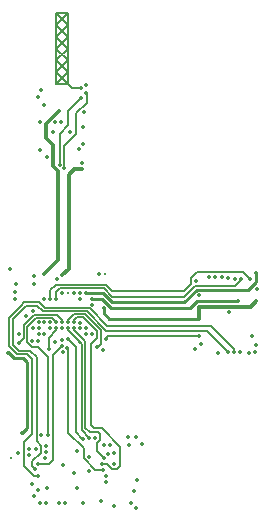
<source format=gbr>
G04 #@! TF.GenerationSoftware,KiCad,Pcbnew,(5.1.5)-3*
G04 #@! TF.CreationDate,2020-06-16T17:49:09-07:00*
G04 #@! TF.ProjectId,Miniscope-v4-Rigid-Flex,4d696e69-7363-46f7-9065-2d76342d5269,rev?*
G04 #@! TF.SameCoordinates,Original*
G04 #@! TF.FileFunction,Copper,L3,Inr*
G04 #@! TF.FilePolarity,Positive*
%FSLAX46Y46*%
G04 Gerber Fmt 4.6, Leading zero omitted, Abs format (unit mm)*
G04 Created by KiCad (PCBNEW (5.1.5)-3) date 2020-06-16 17:49:09*
%MOMM*%
%LPD*%
G04 APERTURE LIST*
%ADD10C,0.350000*%
%ADD11C,0.300000*%
%ADD12C,0.203200*%
%ADD13C,0.304800*%
%ADD14C,0.254000*%
%ADD15C,0.152400*%
G04 APERTURE END LIST*
D10*
X102967800Y-98080200D03*
X102459800Y-100213800D03*
X101824800Y-97191200D03*
X101901000Y-99588200D03*
X104441000Y-98072204D03*
X105380800Y-101225400D03*
X108153200Y-125282200D03*
X109423200Y-124571000D03*
X110042800Y-127500000D03*
X109792800Y-128500000D03*
X101833200Y-129476000D03*
X103805272Y-126232072D03*
X104991600Y-128180600D03*
X115450200Y-115976100D03*
X106854008Y-110111800D03*
X110515400Y-124494800D03*
X117238200Y-110373800D03*
X107268800Y-124573800D03*
X107010200Y-129295400D03*
X101734400Y-114680800D03*
X102234400Y-115180800D03*
X103727105Y-115714263D03*
X101172800Y-127850400D03*
X108153200Y-126171200D03*
X102425200Y-128206000D03*
X106234400Y-115180800D03*
X103729800Y-110162600D03*
X105990400Y-126740800D03*
X103803210Y-116715800D03*
X106041200Y-125597800D03*
X117862700Y-113338600D03*
X116963200Y-116749200D03*
X104736800Y-126948400D03*
X102409000Y-124691400D03*
X99774000Y-111621200D03*
X101729600Y-115758600D03*
X104734400Y-111680800D03*
X101734400Y-114180800D03*
X106234400Y-112180800D03*
X100000000Y-125215199D03*
X118588800Y-112378800D03*
D11*
X104234400Y-111680800D03*
D10*
X115109000Y-110653200D03*
X101323400Y-110300400D03*
X105584175Y-96353175D03*
X105330000Y-94355802D03*
X116154800Y-110378800D03*
X110000000Y-123859988D03*
X115349800Y-112877800D03*
X115349800Y-113877800D03*
X101346000Y-128914400D03*
X100123002Y-115199800D03*
X104017600Y-129450600D03*
X104978200Y-125064400D03*
X107253800Y-112992800D03*
X106512389Y-123949248D03*
X108149400Y-129707400D03*
X120188996Y-112380400D03*
X105734400Y-115180800D03*
X101734400Y-115180800D03*
X101323400Y-110960800D03*
X105234400Y-111680800D03*
X114956600Y-116469800D03*
X103234400Y-112180800D03*
X118919000Y-110551600D03*
X120189000Y-116106199D03*
X119604804Y-110492800D03*
X102734400Y-112180800D03*
X115349800Y-115361998D03*
X107412800Y-115572800D03*
X102734400Y-114180800D03*
X118769390Y-116698400D03*
X120039390Y-116673000D03*
X102234400Y-114180800D03*
X119833400Y-115377600D03*
X100656400Y-113642400D03*
X105380800Y-100675400D03*
X105533200Y-99091800D03*
X103454800Y-96327600D03*
X107818800Y-124573800D03*
X106234400Y-112680800D03*
X100910400Y-125441000D03*
X102237800Y-110066210D03*
X102234400Y-112180800D03*
X116688200Y-110378800D03*
X101234400Y-114680800D03*
X105734400Y-111680800D03*
X107235000Y-116487200D03*
X120112800Y-110035600D03*
X99716600Y-112245400D03*
D11*
X107387400Y-110111800D03*
D10*
X115349800Y-111867190D03*
X100377000Y-123548400D03*
X99799400Y-110960800D03*
X99183200Y-116741200D03*
X109343200Y-123853200D03*
D11*
X99386400Y-125699400D03*
D10*
X118360200Y-110475400D03*
X105533200Y-97644000D03*
X105126810Y-99545400D03*
X101977200Y-94533606D03*
X103653600Y-97240200D03*
X102180400Y-95752780D03*
X101723200Y-95092398D03*
X105787200Y-94101800D03*
X101175400Y-115736000D03*
X103734400Y-114680800D03*
X105734400Y-114680800D03*
X103734400Y-111680800D03*
X102358198Y-125199400D03*
X102586800Y-116444400D03*
X103234400Y-114680800D03*
X103145598Y-115826800D03*
X102307400Y-125707400D03*
X103272600Y-110518200D03*
X99310200Y-109654600D03*
X101234400Y-113180800D03*
X105234400Y-112180800D03*
X109542800Y-129500000D03*
X110029000Y-129941200D03*
X103475400Y-129450600D03*
X102383200Y-129476000D03*
X105516200Y-129450600D03*
X101722800Y-128409200D03*
X119533132Y-116770068D03*
X120239800Y-111339000D03*
X102734400Y-114680800D03*
X103153600Y-97240200D03*
X117801400Y-110399200D03*
X102536000Y-123726200D03*
X103234400Y-114180800D03*
X101977200Y-123728999D03*
X103734400Y-114180800D03*
X100046800Y-115953800D03*
X106015800Y-123972200D03*
X104234400Y-114680800D03*
X105507800Y-124023000D03*
X104263192Y-115631600D03*
X107598768Y-125301168D03*
X104234400Y-114180800D03*
X106727000Y-116309400D03*
X107285800Y-125699400D03*
X104734400Y-114680800D03*
X103704402Y-116190400D03*
X101678614Y-126152184D03*
X104734400Y-114180800D03*
X107071800Y-126198400D03*
X105234400Y-114198410D03*
X107412800Y-127198000D03*
X104127250Y-116365400D03*
X107184200Y-126698000D03*
X107477028Y-127667172D03*
X105234400Y-114680800D03*
X101671800Y-127212600D03*
X118284000Y-116698400D03*
X117776000Y-116673004D03*
X101469198Y-126639200D03*
X103526600Y-100899600D03*
X100910400Y-124891000D03*
X105350967Y-95176325D03*
X103933000Y-101153600D03*
X101494600Y-124891000D03*
X105750000Y-94750000D03*
D12*
X103250000Y-88000000D02*
X104250000Y-89000000D01*
D13*
X104742200Y-101225400D02*
X104288600Y-101679000D01*
X105380800Y-101225400D02*
X104742200Y-101225400D01*
X104288600Y-101679000D02*
X104288600Y-109629200D01*
X104288600Y-109629200D02*
X103729800Y-110188000D01*
D14*
X107119600Y-112180800D02*
X107895400Y-112956600D01*
X106234400Y-112180800D02*
X107119600Y-112180800D01*
X107895400Y-112956600D02*
X114575600Y-112956600D01*
X118341313Y-112378800D02*
X118588800Y-112378800D01*
X114575600Y-112956600D02*
X115153400Y-112378800D01*
X115153400Y-112378800D02*
X118341313Y-112378800D01*
D12*
X104250000Y-89000000D02*
X103250000Y-90000000D01*
X103250000Y-90000000D02*
X104250000Y-91000000D01*
X104250000Y-91000000D02*
X103250000Y-92000000D01*
X103250000Y-92000000D02*
X104250000Y-93000000D01*
X103250000Y-88000000D02*
X104250000Y-88000000D01*
X104250000Y-88000000D02*
X103250000Y-89000000D01*
X103250000Y-89000000D02*
X104250000Y-90000000D01*
X104250000Y-90000000D02*
X103250000Y-91000000D01*
X103250000Y-91000000D02*
X104250000Y-92000000D01*
X104250000Y-92000000D02*
X103250000Y-93000000D01*
X104250000Y-93000000D02*
X104250000Y-88000000D01*
X103250000Y-88000000D02*
X103250000Y-93000000D01*
X104250000Y-93000000D02*
X103250000Y-94000000D01*
X103250000Y-94000000D02*
X103250000Y-93000000D01*
X103250000Y-93000000D02*
X104250000Y-94000000D01*
X104250000Y-94000000D02*
X103250000Y-94000000D01*
X104250000Y-93000000D02*
X104250000Y-94000000D01*
X105329998Y-94355800D02*
X105330000Y-94355802D01*
X104593400Y-94355800D02*
X105329998Y-94355800D01*
X104250000Y-93000000D02*
X104250000Y-94012400D01*
X104250000Y-94012400D02*
X104593400Y-94355800D01*
D13*
X115364600Y-112863000D02*
X115349800Y-112877800D01*
D14*
X114755800Y-113877800D02*
X115349800Y-113877800D01*
D13*
X120188996Y-112380400D02*
X119706396Y-112863000D01*
X119706396Y-112863000D02*
X115364600Y-112863000D01*
X115349800Y-113877800D02*
X115349800Y-112877800D01*
D14*
X107723800Y-113877800D02*
X114755800Y-113877800D01*
X107253800Y-112992800D02*
X107253800Y-113407800D01*
X107253800Y-113407800D02*
X107723800Y-113877800D01*
D12*
X114956600Y-111077000D02*
X118393600Y-111077000D01*
X118393600Y-111077000D02*
X118744001Y-110726599D01*
X114016800Y-112016800D02*
X114956600Y-111077000D01*
X107997000Y-112016800D02*
X114016800Y-112016800D01*
X103529600Y-111302600D02*
X107282800Y-111302600D01*
X118744001Y-110726599D02*
X118919000Y-110551600D01*
X107282800Y-111302600D02*
X107997000Y-112016800D01*
X103234400Y-111597800D02*
X103529600Y-111302600D01*
X103234400Y-112180800D02*
X103234400Y-111597800D01*
X115134400Y-109934000D02*
X119046004Y-109934000D01*
X114016800Y-111559600D02*
X114651800Y-110924600D01*
X119429805Y-110317801D02*
X119604804Y-110492800D01*
X102734400Y-112180800D02*
X102734400Y-111462800D01*
X103199411Y-110997789D02*
X107409789Y-110997789D01*
X102734400Y-111462800D02*
X103199411Y-110997789D01*
X119046004Y-109934000D02*
X119429805Y-110317801D01*
X114651800Y-110416600D02*
X115134400Y-109934000D01*
X107409789Y-110997789D02*
X107971600Y-111559600D01*
X107971600Y-111559600D02*
X114016800Y-111559600D01*
X114651800Y-110924600D02*
X114651800Y-110416600D01*
X107412800Y-115572800D02*
X107623602Y-115361998D01*
X107623602Y-115361998D02*
X107963998Y-115361998D01*
X107963998Y-115361998D02*
X115349800Y-115361998D01*
D13*
X103244870Y-96537530D02*
X103454800Y-96327600D01*
X102967800Y-99139000D02*
X102409000Y-98580200D01*
X102409000Y-98580200D02*
X102409000Y-97373400D01*
X102967800Y-100952624D02*
X102967800Y-99139000D01*
X102409000Y-97373400D02*
X103244870Y-96537530D01*
X103399600Y-108904410D02*
X103399600Y-101384424D01*
X103399600Y-101384424D02*
X102967800Y-100952624D01*
D14*
X114067401Y-112474199D02*
X115134400Y-111407200D01*
X119477800Y-111407200D02*
X120112800Y-110772200D01*
X115134400Y-111407200D02*
X119477800Y-111407200D01*
X120112800Y-110772200D02*
X120112800Y-110035600D01*
X107158800Y-111686600D02*
X107946399Y-112474199D01*
D13*
X102237800Y-110066210D02*
X103399600Y-108904410D01*
D14*
X105734400Y-111680800D02*
X105911176Y-111680800D01*
X107946399Y-112474199D02*
X114067401Y-112474199D01*
X105916976Y-111686600D02*
X107158800Y-111686600D01*
X105911176Y-111680800D02*
X105916976Y-111686600D01*
X100783400Y-123142000D02*
X100783400Y-117554000D01*
X100453200Y-117223800D02*
X99640400Y-117223800D01*
X100377000Y-123548400D02*
X100783400Y-123142000D01*
X100783400Y-117554000D02*
X100453200Y-117223800D01*
X99640400Y-117223800D02*
X99220572Y-116803972D01*
X99220572Y-116803972D02*
X99220572Y-116703828D01*
D15*
X103234400Y-114680800D02*
X103234400Y-114857576D01*
X102586800Y-115505176D02*
X102586800Y-116444400D01*
X103234400Y-114857576D02*
X102586800Y-115505176D01*
X103234400Y-114680800D02*
X103234400Y-114688600D01*
X100783411Y-115828535D02*
X100764600Y-115847346D01*
D12*
X100764600Y-115884938D02*
X100764600Y-115847346D01*
X101163662Y-116284000D02*
X100764600Y-115884938D01*
D15*
X101537389Y-113794811D02*
X100783411Y-114548789D01*
X103234400Y-114180800D02*
X102848411Y-113794811D01*
D12*
X101723200Y-116284000D02*
X101163662Y-116284000D01*
D15*
X100783411Y-114548789D02*
X100783411Y-115828535D01*
D12*
X102536000Y-117096800D02*
X101723200Y-116284000D01*
X102536000Y-123726200D02*
X102536000Y-117096800D01*
D15*
X102848411Y-113794811D02*
X101537389Y-113794811D01*
X100529400Y-114379000D02*
X100529400Y-115471200D01*
X100221799Y-115778801D02*
X100046800Y-115953800D01*
X100529400Y-115471200D02*
X100221799Y-115778801D01*
X103734400Y-113977200D02*
X103298000Y-113540800D01*
X101367600Y-113540800D02*
X100529400Y-114379000D01*
X103734400Y-114180800D02*
X103734400Y-113977200D01*
X103298000Y-113540800D02*
X101367600Y-113540800D01*
D12*
X105380800Y-123319800D02*
X106015800Y-123954800D01*
D15*
X104234400Y-114866200D02*
X105228400Y-115860200D01*
D12*
X105380800Y-116012600D02*
X105380800Y-123319800D01*
X106015800Y-123954800D02*
X106015800Y-123972200D01*
D15*
X104234400Y-114680800D02*
X104234400Y-114866200D01*
D12*
X105203000Y-115834800D02*
X105380800Y-116012600D01*
X104923600Y-116292008D02*
X104923600Y-123497600D01*
X104263192Y-115631600D02*
X104923600Y-116292008D01*
X104923600Y-123497600D02*
X105449000Y-124023000D01*
X105449000Y-124023000D02*
X105507800Y-124023000D01*
D15*
X104234400Y-114180800D02*
X104234400Y-114001400D01*
X107016006Y-116020394D02*
X106901999Y-116134401D01*
X107016006Y-114845806D02*
X107016006Y-116020394D01*
X104234400Y-114001400D02*
X104720400Y-113515400D01*
X104949011Y-113515389D02*
X105685589Y-113515389D01*
X104720400Y-113515400D02*
X104949000Y-113515400D01*
X105685589Y-113515389D02*
X107016006Y-114845806D01*
X104949000Y-113515400D02*
X104949011Y-113515389D01*
X106901999Y-116134401D02*
X106727000Y-116309400D01*
D12*
X105711000Y-115809400D02*
X105584000Y-115682400D01*
D15*
X104734400Y-114680800D02*
X104734400Y-114832800D01*
D12*
X105711000Y-123116600D02*
X105711000Y-115809400D01*
D15*
X104734400Y-114832800D02*
X105584000Y-115682400D01*
D12*
X106676200Y-125089800D02*
X106676200Y-124437400D01*
X106066600Y-123472200D02*
X105711000Y-123116600D01*
X106676200Y-124437400D02*
X106955600Y-124158000D01*
X106955600Y-124158000D02*
X106955600Y-123675400D01*
X107285800Y-125699400D02*
X106676200Y-125089800D01*
X106955600Y-123675400D02*
X106752400Y-123472200D01*
X106752400Y-123472200D02*
X106066600Y-123472200D01*
X102616616Y-126152184D02*
X101926101Y-126152184D01*
X101926101Y-126152184D02*
X101678614Y-126152184D01*
X102967800Y-125801000D02*
X102616616Y-126152184D01*
X103729802Y-116165000D02*
X103704402Y-116190400D01*
X103704402Y-116190400D02*
X102967800Y-116927002D01*
X102967800Y-116927002D02*
X102967800Y-125801000D01*
X106447600Y-123167400D02*
X107090600Y-123167400D01*
D15*
X104974400Y-113769400D02*
X105507800Y-113769400D01*
X106676200Y-114937800D02*
X106676200Y-115547400D01*
D12*
X107912800Y-126613800D02*
X107497400Y-126198400D01*
X108657400Y-124734200D02*
X108657400Y-126317000D01*
D15*
X106168200Y-116055400D02*
X106168200Y-116292000D01*
D12*
X107090600Y-123167400D02*
X108657400Y-124734200D01*
D15*
X106168200Y-116292000D02*
X106168200Y-116495200D01*
X104734400Y-114180800D02*
X104734400Y-114009400D01*
D12*
X106168200Y-116495200D02*
X106168200Y-122888000D01*
X108657400Y-126317000D02*
X108360600Y-126613800D01*
D15*
X105507800Y-113769400D02*
X106676200Y-114937800D01*
D12*
X108360600Y-126613800D02*
X107912800Y-126613800D01*
D15*
X104734400Y-114009400D02*
X104974400Y-113769400D01*
D12*
X106168200Y-122888000D02*
X106447600Y-123167400D01*
D15*
X106676200Y-115547400D02*
X106168200Y-116055400D01*
D12*
X107497400Y-126198400D02*
X107071800Y-126198400D01*
X105558600Y-124843800D02*
X105558600Y-125707400D01*
X104237800Y-123523000D02*
X105558600Y-124843800D01*
X106936713Y-126698000D02*
X107184200Y-126698000D01*
X105558600Y-125707400D02*
X106549200Y-126698000D01*
X106549200Y-126698000D02*
X106936713Y-126698000D01*
X104237800Y-116475950D02*
X104237800Y-123523000D01*
X104127250Y-116365400D02*
X104237800Y-116475950D01*
X100264536Y-112764264D02*
X99234000Y-113794800D01*
X101348800Y-127212600D02*
X101671800Y-127212600D01*
X118284000Y-116698400D02*
X118284000Y-116450913D01*
X100765999Y-116876199D02*
X101164400Y-117274600D01*
X99953199Y-116876199D02*
X100765999Y-116876199D01*
X116313687Y-114480600D02*
X107597848Y-114480600D01*
X101164400Y-117274600D02*
X101164400Y-123624600D01*
X100478600Y-124310400D02*
X100478600Y-126342400D01*
X101164400Y-123624600D02*
X100478600Y-124310400D01*
X101665200Y-127206000D02*
X101671800Y-127212600D01*
X118284000Y-116450913D02*
X116313687Y-114480600D01*
D15*
X100541210Y-112487590D02*
X100264536Y-112764264D01*
D12*
X100478600Y-126342400D02*
X101348800Y-127212600D01*
D15*
X101762190Y-112487590D02*
X100541210Y-112487590D01*
D12*
X99234000Y-113794800D02*
X99234000Y-116157000D01*
D15*
X107572448Y-114506000D02*
X106073815Y-113007367D01*
X106073815Y-113007367D02*
X102281967Y-113007367D01*
D12*
X99234000Y-116157000D02*
X99953199Y-116876199D01*
D15*
X102281967Y-113007367D02*
X101762190Y-112487590D01*
X105837978Y-113261378D02*
X107463600Y-114887000D01*
D12*
X101926400Y-125224800D02*
X101926400Y-124615200D01*
X101215200Y-125936000D02*
X101926400Y-125224800D01*
X100693601Y-112766999D02*
X100972063Y-112766999D01*
D15*
X100972063Y-112766999D02*
X100983864Y-112778800D01*
D12*
X101215200Y-126385202D02*
X101215200Y-125936000D01*
X101570800Y-117122200D02*
X101019988Y-116571388D01*
X99598799Y-116064599D02*
X99598799Y-113861801D01*
X101469198Y-126639200D02*
X101215200Y-126385202D01*
X100105588Y-116571388D02*
X99598799Y-116064599D01*
X115989996Y-114887000D02*
X107899024Y-114887000D01*
X99598799Y-113861801D02*
X100693601Y-112766999D01*
X101926400Y-124615200D02*
X101570800Y-124259600D01*
X117776000Y-116673004D02*
X115989996Y-114887000D01*
X101019988Y-116571388D02*
X100105588Y-116571388D01*
D15*
X107848224Y-114887000D02*
X107873624Y-114861600D01*
X100983864Y-112778800D02*
X101647000Y-112778800D01*
X101647000Y-112778800D02*
X102129578Y-113261378D01*
D12*
X101570800Y-124259600D02*
X101570800Y-117122200D01*
D15*
X102129578Y-113261378D02*
X105837978Y-113261378D01*
X107463600Y-114887000D02*
X107848224Y-114887000D01*
X105175968Y-95351324D02*
X105350967Y-95176325D01*
X105172676Y-95351324D02*
X105175968Y-95351324D01*
X104250000Y-96274000D02*
X105172676Y-95351324D01*
X104250000Y-97500000D02*
X104250000Y-96274000D01*
X103526600Y-100899600D02*
X103526600Y-98223400D01*
X103526600Y-98223400D02*
X104250000Y-97500000D01*
X105812600Y-95625800D02*
X105812600Y-94812600D01*
X104949000Y-98207200D02*
X104949000Y-96489400D01*
X105812600Y-94812600D02*
X105750000Y-94750000D01*
X104949000Y-96489400D02*
X105812600Y-95625800D01*
X103933000Y-99223200D02*
X104949000Y-98207200D01*
X103933000Y-101153600D02*
X103933000Y-99223200D01*
M02*

</source>
